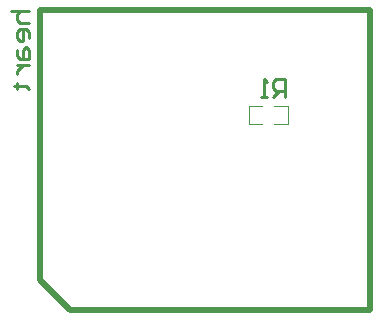
<source format=gbo>
G04 Layer_Color=32896*
%FSLAX24Y24*%
%MOIN*%
G70*
G01*
G75*
%ADD23C,0.0100*%
%ADD34C,0.0020*%
%ADD35C,0.0197*%
G54D23*
X2655Y6105D02*
Y6705D01*
X2355D01*
X2255Y6605D01*
Y6405D01*
X2355Y6305D01*
X2655D01*
X2455D02*
X2255Y6105D01*
X2055D02*
X1855D01*
X1955D01*
Y6705D01*
X2055Y6605D01*
X-6495Y8995D02*
X-5895D01*
X-6195D01*
X-6295Y8895D01*
Y8695D01*
X-6195Y8595D01*
X-5895D01*
Y8095D02*
Y8295D01*
X-5995Y8395D01*
X-6195D01*
X-6295Y8295D01*
Y8095D01*
X-6195Y7995D01*
X-6095D01*
Y8395D01*
X-6295Y7695D02*
Y7495D01*
X-6195Y7396D01*
X-5895D01*
Y7695D01*
X-5995Y7795D01*
X-6095Y7695D01*
Y7396D01*
X-6295Y7196D02*
X-5895D01*
X-6095D01*
X-6195Y7096D01*
X-6295Y6996D01*
Y6896D01*
X-6395Y6496D02*
X-6295D01*
Y6596D01*
Y6396D01*
Y6496D01*
X-5995D01*
X-5895Y6396D01*
G54D34*
X2300Y5200D02*
X2750D01*
X1450Y5800D02*
X1900D01*
X1450Y5200D02*
Y5800D01*
Y5200D02*
X1900D01*
X2750D02*
Y5800D01*
X2300D02*
X2750D01*
G54D35*
X5500Y-1000D02*
Y8000D01*
Y9000D01*
X-5500Y0D02*
Y9000D01*
Y0D02*
X-4500Y-1000D01*
X5500D01*
X-5500Y9000D02*
X5500D01*
M02*

</source>
